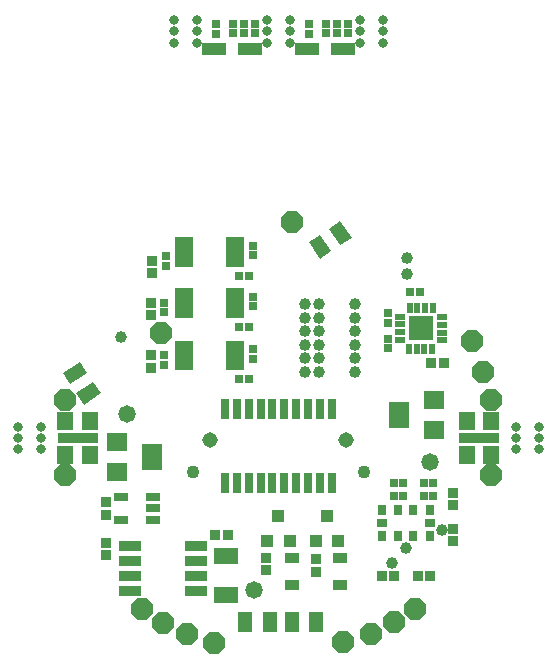
<source format=gts>
G75*
%MOIN*%
%OFA0B0*%
%FSLAX24Y24*%
%IPPOS*%
%LPD*%
%AMOC8*
5,1,8,0,0,1.08239X$1,22.5*
%
%ADD10C,0.0580*%
%ADD11C,0.0316*%
%ADD12R,0.0460X0.0680*%
%ADD13R,0.0710X0.0592*%
%ADD14R,0.0710X0.0867*%
%ADD15R,0.1340X0.0356*%
%ADD16R,0.0533X0.0592*%
%ADD17OC8,0.0710*%
%ADD18R,0.0316X0.0710*%
%ADD19C,0.0517*%
%ADD20C,0.0430*%
%ADD21R,0.0631X0.0190*%
%ADD22R,0.0250X0.0250*%
%ADD23R,0.0380X0.0350*%
%ADD24R,0.0474X0.0297*%
%ADD25R,0.0780X0.0330*%
%ADD26R,0.0395X0.0434*%
%ADD27R,0.0480X0.0380*%
%ADD28R,0.0350X0.0380*%
%ADD29R,0.0316X0.0356*%
%ADD30R,0.0356X0.0316*%
%ADD31R,0.0827X0.0827*%
%ADD32R,0.0320X0.0200*%
%ADD33R,0.0200X0.0320*%
%ADD34C,0.0397*%
%ADD35R,0.0820X0.0560*%
%ADD36R,0.0380X0.0380*%
%ADD37R,0.0395X0.0395*%
D10*
X008332Y014200D03*
X012580Y008332D03*
X018448Y012580D03*
D11*
X021310Y013010D03*
X021310Y013390D03*
X021310Y013770D03*
X022070Y013770D03*
X022070Y013390D03*
X022070Y013010D03*
X016870Y026560D03*
X016870Y026940D03*
X016870Y027320D03*
X016110Y027320D03*
X016110Y026940D03*
X016110Y026560D03*
X013770Y026560D03*
X013770Y026940D03*
X013770Y027320D03*
X013010Y027320D03*
X013010Y026940D03*
X013010Y026560D03*
X010670Y026560D03*
X010670Y026940D03*
X010670Y027320D03*
X009910Y027320D03*
X009910Y026940D03*
X009910Y026560D03*
X005470Y013770D03*
X005470Y013390D03*
X005470Y013010D03*
X004710Y013010D03*
X004710Y013390D03*
X004710Y013770D03*
D12*
G36*
X006764Y015936D02*
X007021Y015556D01*
X006458Y015176D01*
X006201Y015556D01*
X006764Y015936D01*
G37*
G36*
X007222Y015256D02*
X007479Y014876D01*
X006916Y014496D01*
X006659Y014876D01*
X007222Y015256D01*
G37*
X012280Y007240D03*
X013100Y007240D03*
X013830Y007240D03*
X014650Y007240D03*
G36*
X015155Y019608D02*
X014775Y019351D01*
X014395Y019914D01*
X014775Y020171D01*
X015155Y019608D01*
G37*
G36*
X015835Y020066D02*
X015455Y019809D01*
X015075Y020372D01*
X015455Y020629D01*
X015835Y020066D01*
G37*
D13*
X018561Y014669D03*
X018561Y013669D03*
X008019Y013261D03*
X008019Y012261D03*
D14*
X009161Y012761D03*
X017419Y014169D03*
D15*
X020084Y013390D03*
X006696Y013390D03*
D16*
X007100Y013971D03*
X006293Y013971D03*
X006293Y012809D03*
X007100Y012809D03*
X019680Y012809D03*
X020487Y012809D03*
X020487Y013971D03*
X019680Y013971D03*
D17*
X020490Y014640D03*
X020194Y015591D03*
X019840Y016632D03*
X020490Y012140D03*
X017940Y007690D03*
X017240Y007240D03*
X016490Y006840D03*
X015540Y006590D03*
X011240Y006540D03*
X010340Y006840D03*
X009541Y007236D03*
X008857Y007690D03*
X006290Y012140D03*
X006290Y014640D03*
X009490Y016890D03*
X013840Y020590D03*
D18*
X013981Y014346D03*
X014374Y014346D03*
X014768Y014346D03*
X015162Y014346D03*
X013587Y014346D03*
X013193Y014346D03*
X012799Y014346D03*
X012406Y014346D03*
X012012Y014346D03*
X011618Y014346D03*
X011618Y011885D03*
X012012Y011885D03*
X012406Y011885D03*
X012799Y011885D03*
X013193Y011885D03*
X013587Y011885D03*
X013981Y011885D03*
X014374Y011885D03*
X014768Y011885D03*
X015162Y011885D03*
D19*
X015654Y013312D03*
X011126Y013312D03*
D20*
X010536Y012269D03*
X016244Y012269D03*
D21*
X011933Y015746D03*
X011933Y015943D03*
X011933Y016140D03*
X011933Y016337D03*
X011933Y016534D03*
X011933Y017496D03*
X011933Y017693D03*
X011933Y017890D03*
X011933Y018087D03*
X011933Y018284D03*
X011933Y019196D03*
X011933Y019393D03*
X011933Y019590D03*
X011933Y019787D03*
X011933Y019984D03*
X010247Y019984D03*
X010247Y019787D03*
X010247Y019590D03*
X010247Y019393D03*
X010247Y019196D03*
X010247Y018284D03*
X010247Y018087D03*
X010247Y017890D03*
X010247Y017693D03*
X010247Y017496D03*
X010247Y016534D03*
X010247Y016337D03*
X010247Y016140D03*
X010247Y015943D03*
X010247Y015746D03*
D22*
X009590Y015835D03*
X009590Y016145D03*
X009590Y017585D03*
X009590Y017895D03*
X009640Y019135D03*
X009640Y019445D03*
X012085Y018790D03*
X012395Y018790D03*
X012540Y019485D03*
X012540Y019795D03*
X012540Y018095D03*
X012540Y017785D03*
X012395Y017090D03*
X012085Y017090D03*
X012540Y016345D03*
X012540Y016035D03*
X012395Y015340D03*
X012085Y015340D03*
X017040Y016385D03*
X017040Y016695D03*
X017040Y017235D03*
X017040Y017545D03*
X017785Y018240D03*
X018095Y018240D03*
X018235Y011890D03*
X018545Y011890D03*
X018545Y011440D03*
X018235Y011440D03*
X017545Y011440D03*
X017235Y011440D03*
X017235Y011890D03*
X017545Y011890D03*
X015707Y026877D03*
X015707Y027187D03*
X015341Y027187D03*
X015341Y026877D03*
X014975Y026877D03*
X014975Y027187D03*
X014420Y027181D03*
X014420Y026871D03*
X012607Y026877D03*
X012607Y027187D03*
X012241Y027187D03*
X012241Y026877D03*
X011875Y026877D03*
X011875Y027187D03*
X011320Y027181D03*
X011320Y026871D03*
D23*
X007640Y009480D03*
X007640Y009900D03*
X007640Y010830D03*
X007640Y011250D03*
X009140Y015730D03*
X009140Y016150D03*
X009140Y017480D03*
X009140Y017900D03*
X009190Y018880D03*
X009190Y019300D03*
X012990Y009400D03*
X012990Y008980D03*
X014640Y008930D03*
X014640Y009350D03*
D24*
X009221Y010666D03*
X009221Y011040D03*
X009221Y011414D03*
X008159Y011414D03*
X008159Y010666D03*
D25*
X008430Y009790D03*
X008430Y009290D03*
X008430Y008790D03*
X008430Y008290D03*
X010650Y008290D03*
X010650Y008790D03*
X010650Y009290D03*
X010640Y009790D03*
D26*
X013016Y009963D03*
X013390Y010790D03*
X013764Y009963D03*
X014641Y009963D03*
X015015Y010790D03*
X015389Y009963D03*
D27*
X015440Y009380D03*
X015440Y008500D03*
X013840Y008500D03*
X013840Y009380D03*
D28*
X011700Y010140D03*
X011280Y010140D03*
X018480Y015890D03*
X018900Y015890D03*
D29*
X018447Y010998D03*
X017890Y010998D03*
X017390Y010998D03*
X016833Y010998D03*
X016833Y010132D03*
X017390Y010132D03*
X017890Y010132D03*
X018447Y010132D03*
D30*
X018447Y010565D03*
X016833Y010565D03*
D31*
X018140Y017040D03*
D32*
X017441Y016922D03*
X017441Y017178D03*
X017441Y017434D03*
X017441Y016666D03*
X018839Y016646D03*
X018839Y016902D03*
X018839Y017158D03*
X018839Y017414D03*
D33*
X018534Y017739D03*
X018278Y017739D03*
X018022Y017739D03*
X017766Y017739D03*
X017746Y016341D03*
X018002Y016341D03*
X018258Y016341D03*
X018514Y016341D03*
D34*
X017690Y018840D03*
X017690Y019390D03*
X015940Y017840D03*
X015940Y017390D03*
X015940Y016940D03*
X015940Y016490D03*
X015940Y016040D03*
X015940Y015590D03*
X014740Y015590D03*
X014740Y016040D03*
X014740Y016490D03*
X014740Y016940D03*
X014740Y017390D03*
X014740Y017840D03*
X014290Y017840D03*
X014290Y017390D03*
X014290Y016940D03*
X014290Y016490D03*
X014290Y016040D03*
X014290Y015590D03*
X018840Y010315D03*
X017640Y009715D03*
X017190Y009215D03*
X008140Y016740D03*
D35*
X011640Y009440D03*
X011640Y008140D03*
D36*
X016840Y008790D03*
X017240Y008790D03*
X018040Y008790D03*
X018440Y008790D03*
X019215Y009940D03*
X019215Y010340D03*
X019215Y011140D03*
X019215Y011540D03*
D37*
X015740Y026340D03*
X015340Y026340D03*
X014540Y026340D03*
X014140Y026340D03*
X012640Y026340D03*
X012240Y026340D03*
X011440Y026340D03*
X011040Y026340D03*
M02*

</source>
